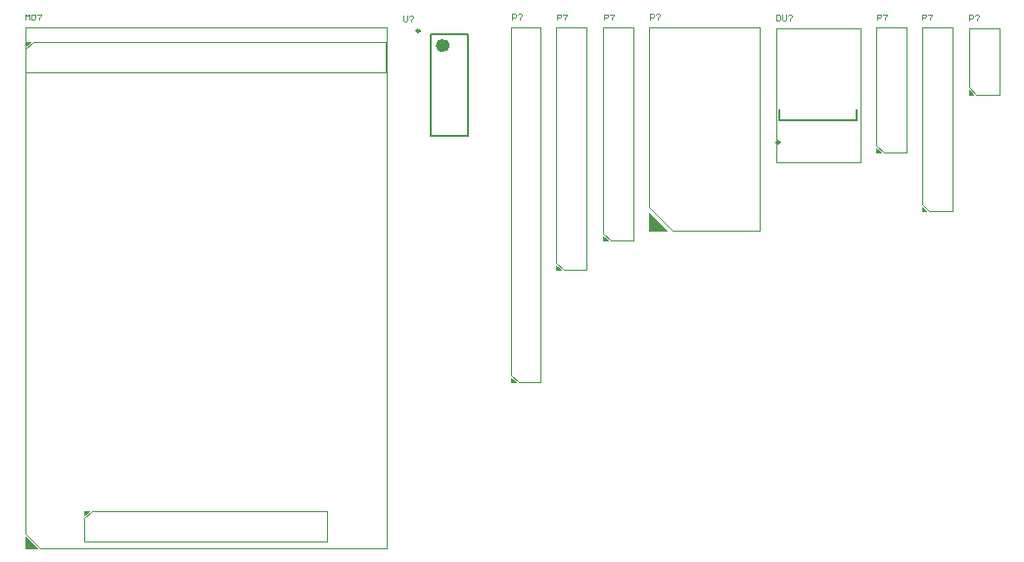
<source format=gto>
G04*
G04 #@! TF.GenerationSoftware,Altium Limited,Altium Designer,22.5.1 (42)*
G04*
G04 Layer_Color=65535*
%FSLAX44Y44*%
%MOMM*%
G71*
G04*
G04 #@! TF.SameCoordinates,428DBBA7-CA38-4E35-A069-69FE0EE86696*
G04*
G04*
G04 #@! TF.FilePolarity,Positive*
G04*
G01*
G75*
%ADD10C,0.2500*%
%ADD11C,0.6000*%
%ADD12C,0.1000*%
%ADD13C,0.2000*%
%ADD14C,0.0500*%
G36*
X-689038Y-195404D02*
X-678878Y-205564D01*
X-689038D01*
Y-195404D01*
D02*
G37*
G36*
X-684728Y233136D02*
X-688538D01*
Y229326D01*
X-684728Y233136D01*
D02*
G37*
G36*
X-633928Y-173264D02*
X-637738D01*
Y-177074D01*
X-633928Y-173264D01*
D02*
G37*
G36*
X-268278Y-58474D02*
Y-62284D01*
X-264468D01*
X-268278Y-58474D01*
D02*
G37*
G36*
X-229658Y38896D02*
Y35086D01*
X-225848D01*
X-229658Y38896D01*
D02*
G37*
G36*
X-189018Y64296D02*
Y60486D01*
X-185208D01*
X-189018Y64296D01*
D02*
G37*
G36*
X-149098Y69772D02*
Y85012D01*
X-133858Y69772D01*
X-149098D01*
D02*
G37*
G36*
X47202Y140496D02*
Y136686D01*
X51012D01*
X47202Y140496D01*
D02*
G37*
G36*
X86572Y89696D02*
Y85886D01*
X90382D01*
X86572Y89696D01*
D02*
G37*
G36*
X127212Y190986D02*
Y187176D01*
X131022D01*
X127212Y190986D01*
D02*
G37*
D10*
X-36448Y145866D02*
G03*
X-36448Y145866I-1250J0D01*
G01*
X-347818Y242356D02*
G03*
X-347818Y242356I-1250J0D01*
G01*
D11*
X-324818Y229756D02*
G03*
X-324818Y229756I-3000J0D01*
G01*
D12*
X127212Y244976D02*
X153712D01*
Y187176D02*
Y244976D01*
X133562Y187176D02*
X153712D01*
X127212Y193526D02*
Y244976D01*
Y193526D02*
X133562Y187176D01*
X127212Y190986D02*
X131022Y187176D01*
X127212D02*
X131022D01*
X127212D02*
Y190986D01*
X86572Y245286D02*
X113072D01*
X86572Y85886D02*
Y89696D01*
Y85886D02*
X90382D01*
X86572Y89696D02*
X90382Y85886D01*
X86572Y92236D02*
X92922Y85886D01*
X86572Y92236D02*
Y245286D01*
X92922Y85886D02*
X113072D01*
X113072D02*
Y245286D01*
X47202D02*
X73702D01*
X47202Y136686D02*
Y140496D01*
Y136686D02*
X51012D01*
X47202Y140496D02*
X51012Y136686D01*
X47202Y143036D02*
X53552Y136686D01*
X47202Y143036D02*
Y245286D01*
X53552Y136686D02*
X73702D01*
X73702D02*
Y245286D01*
X-149098Y245540D02*
X-53594D01*
Y69772D02*
Y245540D01*
X-129098Y69772D02*
X-53594D01*
X-149098Y89772D02*
Y245540D01*
Y89772D02*
X-129098Y69772D01*
X-149098D02*
X-133858D01*
X-149098Y85012D02*
X-133858Y69772D01*
X-149098D02*
Y85012D01*
X-189018Y245286D02*
X-162518D01*
Y60486D02*
Y245286D01*
X-182668Y60486D02*
X-162518D01*
X-189018Y66836D02*
Y245286D01*
Y66836D02*
X-182668Y60486D01*
X-189018Y64296D02*
X-185208Y60486D01*
X-189018D02*
X-185208D01*
X-189018D02*
Y64296D01*
X-229658Y35086D02*
Y38896D01*
Y35086D02*
X-225848D01*
X-229658Y38896D02*
X-225848Y35086D01*
X-229658Y41436D02*
X-223308Y35086D01*
X-229658Y41436D02*
Y245286D01*
X-223308Y35086D02*
X-203158D01*
X-203158D02*
Y245286D01*
X-229658D02*
X-203158D01*
X-261928Y-62284D02*
X-243278D01*
Y245516D01*
X-268278Y-55934D02*
Y245516D01*
Y-55934D02*
X-261928Y-62284D01*
X-268278Y-58474D02*
X-264468Y-62284D01*
X-268278D02*
X-264468D01*
X-268278D02*
Y-58474D01*
Y245516D02*
X-243278D01*
X-637738Y-173264D02*
X-633928D01*
X-637738Y-177074D02*
Y-173264D01*
Y-177074D02*
X-633928Y-173264D01*
X-637738Y-179614D02*
X-631388Y-173264D01*
X-427538D01*
X-637738Y-199764D02*
X-637738Y-179614D01*
X-637738Y-199764D02*
X-427538D01*
Y-173264D01*
X-689038Y-192864D02*
Y245286D01*
X-676338Y-205564D02*
X-376238D01*
Y245286D01*
X-689038D02*
X-376238D01*
X-689038Y-192864D02*
X-676338Y-205564D01*
X-689038Y-195404D02*
X-678878Y-205564D01*
X-689038D02*
X-678878D01*
X-689038D02*
Y-195404D01*
X-688538Y206636D02*
X-376738D01*
X-688538Y233136D02*
X-684728D01*
X-688538Y229326D02*
Y233136D01*
Y229326D02*
X-684728Y233136D01*
X-688538Y226786D02*
X-682188Y233136D01*
X-376738D01*
X-688538Y206636D02*
X-688538Y226786D01*
X-376738Y206636D02*
Y233136D01*
X127762Y251636D02*
Y256634D01*
X130261D01*
X131094Y255801D01*
Y254135D01*
X130261Y253302D01*
X127762D01*
X132760Y255801D02*
X133593Y256634D01*
X135259D01*
X136092Y255801D01*
Y254968D01*
X134426Y253302D01*
Y252469D02*
Y251636D01*
X87122Y251890D02*
Y256888D01*
X89621D01*
X90454Y256055D01*
Y254389D01*
X89621Y253556D01*
X87122D01*
X92120Y256055D02*
X92953Y256888D01*
X94619D01*
X95452Y256055D01*
Y255222D01*
X93786Y253556D01*
Y252723D02*
Y251890D01*
X47752D02*
Y256888D01*
X50251D01*
X51084Y256055D01*
Y254389D01*
X50251Y253556D01*
X47752D01*
X52750Y256055D02*
X53583Y256888D01*
X55249D01*
X56082Y256055D01*
Y255222D01*
X54416Y253556D01*
Y252723D02*
Y251890D01*
X-39116Y256126D02*
Y251128D01*
X-36617D01*
X-35784Y251961D01*
Y255293D01*
X-36617Y256126D01*
X-39116D01*
X-34118D02*
Y251961D01*
X-33285Y251128D01*
X-31619D01*
X-30786Y251961D01*
Y256126D01*
X-29120Y255293D02*
X-28287Y256126D01*
X-26620D01*
X-25787Y255293D01*
Y254460D01*
X-27453Y252794D01*
Y251961D02*
Y251128D01*
X-148590Y252144D02*
Y257142D01*
X-146091D01*
X-145258Y256309D01*
Y254643D01*
X-146091Y253810D01*
X-148590D01*
X-143592Y256309D02*
X-142759Y257142D01*
X-141093D01*
X-140260Y256309D01*
Y255476D01*
X-141926Y253810D01*
Y252977D02*
Y252144D01*
X-188468Y251890D02*
Y256888D01*
X-185969D01*
X-185136Y256055D01*
Y254389D01*
X-185969Y253556D01*
X-188468D01*
X-183470Y256055D02*
X-182637Y256888D01*
X-180971D01*
X-180138Y256055D01*
Y255222D01*
X-181804Y253556D01*
Y252723D02*
Y251890D01*
X-229108D02*
Y256888D01*
X-226609D01*
X-225776Y256055D01*
Y254389D01*
X-226609Y253556D01*
X-229108D01*
X-224110Y256055D02*
X-223277Y256888D01*
X-221611D01*
X-220778Y256055D01*
Y255222D01*
X-222444Y253556D01*
Y252723D02*
Y251890D01*
X-267716Y252144D02*
Y257142D01*
X-265217D01*
X-264384Y256309D01*
Y254643D01*
X-265217Y253810D01*
X-267716D01*
X-262718Y256309D02*
X-261885Y257142D01*
X-260219D01*
X-259386Y256309D01*
Y255476D01*
X-261052Y253810D01*
Y252977D02*
Y252144D01*
X-361696Y255872D02*
Y251707D01*
X-360863Y250874D01*
X-359197D01*
X-358364Y251707D01*
Y255872D01*
X-356698Y255039D02*
X-355865Y255872D01*
X-354199D01*
X-353366Y255039D01*
Y254206D01*
X-355032Y252540D01*
Y251707D02*
Y250874D01*
X-688594Y251890D02*
Y256888D01*
X-686928Y255222D01*
X-685262Y256888D01*
Y251890D01*
X-683596Y256888D02*
Y251890D01*
X-681097D01*
X-680264Y252723D01*
Y256055D01*
X-681097Y256888D01*
X-683596D01*
X-678598Y256055D02*
X-677765Y256888D01*
X-676098D01*
X-675265Y256055D01*
Y255222D01*
X-676932Y253556D01*
Y252723D02*
Y251890D01*
D13*
X30452Y165366D02*
Y174366D01*
X-36548Y165366D02*
X30452D01*
X-36548D02*
Y174366D01*
X-337818Y151756D02*
Y239756D01*
X-305818Y151756D02*
Y239756D01*
X-337818D02*
X-305818D01*
X-337818Y151756D02*
X-305818D01*
D14*
X-39298Y128866D02*
Y244866D01*
X33202D01*
Y128866D02*
Y244866D01*
X-39298Y128866D02*
X33202D01*
M02*

</source>
